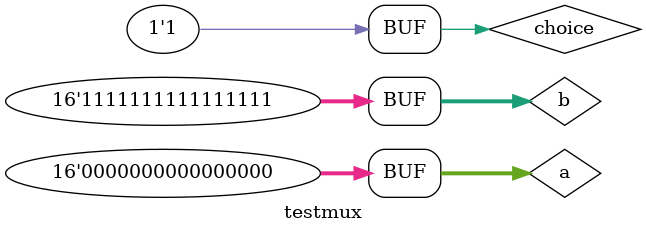
<source format=v>
module testmux();

reg [15:0] a;
reg [15:0] b;

reg choice;
wire [15:0] out;

mux16by2to1 DUT(out, choice, a, b);

initial begin

        $dumpfile("testmux.t.vcd");
        $dumpvars(0, testmux);
		a = 0;
		b = -1;
		choice = 0;
		#10;
		choice = 1;
		#10;



end


endmodule
</source>
